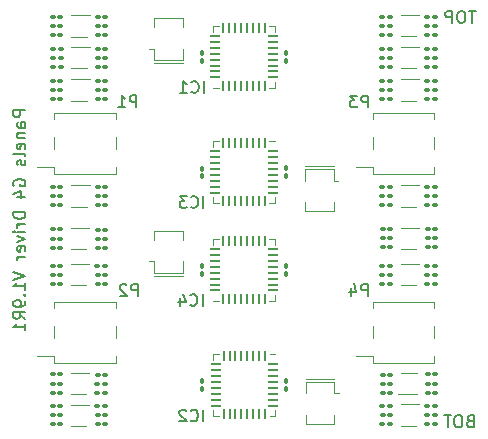
<source format=gbo>
G04 #@! TF.GenerationSoftware,KiCad,Pcbnew,7.0.2-6a45011f42~172~ubuntu22.04.1*
G04 #@! TF.CreationDate,2023-08-07T12:42:53-07:00*
G04 #@! TF.ProjectId,driver_40mm_atmega,64726976-6572-45f3-9430-6d6d5f61746d,rev?*
G04 #@! TF.SameCoordinates,Original*
G04 #@! TF.FileFunction,Legend,Bot*
G04 #@! TF.FilePolarity,Positive*
%FSLAX46Y46*%
G04 Gerber Fmt 4.6, Leading zero omitted, Abs format (unit mm)*
G04 Created by KiCad (PCBNEW 7.0.2-6a45011f42~172~ubuntu22.04.1) date 2023-08-07 12:42:53*
%MOMM*%
%LPD*%
G01*
G04 APERTURE LIST*
G04 Aperture macros list*
%AMRoundRect*
0 Rectangle with rounded corners*
0 $1 Rounding radius*
0 $2 $3 $4 $5 $6 $7 $8 $9 X,Y pos of 4 corners*
0 Add a 4 corners polygon primitive as box body*
4,1,4,$2,$3,$4,$5,$6,$7,$8,$9,$2,$3,0*
0 Add four circle primitives for the rounded corners*
1,1,$1+$1,$2,$3*
1,1,$1+$1,$4,$5*
1,1,$1+$1,$6,$7*
1,1,$1+$1,$8,$9*
0 Add four rect primitives between the rounded corners*
20,1,$1+$1,$2,$3,$4,$5,0*
20,1,$1+$1,$4,$5,$6,$7,0*
20,1,$1+$1,$6,$7,$8,$9,0*
20,1,$1+$1,$8,$9,$2,$3,0*%
G04 Aperture macros list end*
%ADD10C,0.203200*%
%ADD11C,0.150000*%
%ADD12C,0.120000*%
%ADD13R,3.680000X1.270000*%
%ADD14RoundRect,0.062500X-0.375000X-0.062500X0.375000X-0.062500X0.375000X0.062500X-0.375000X0.062500X0*%
%ADD15RoundRect,0.062500X-0.062500X-0.375000X0.062500X-0.375000X0.062500X0.375000X-0.062500X0.375000X0*%
%ADD16R,3.100000X3.100000*%
%ADD17RoundRect,0.062500X0.375000X0.062500X-0.375000X0.062500X-0.375000X-0.062500X0.375000X-0.062500X0*%
%ADD18RoundRect,0.062500X0.062500X0.375000X-0.062500X0.375000X-0.062500X-0.375000X0.062500X-0.375000X0*%
%ADD19RoundRect,0.100000X-0.021213X-0.162635X0.162635X0.021213X0.021213X0.162635X-0.162635X-0.021213X0*%
%ADD20RoundRect,0.100000X-0.130000X-0.100000X0.130000X-0.100000X0.130000X0.100000X-0.130000X0.100000X0*%
%ADD21RoundRect,0.100000X0.130000X0.100000X-0.130000X0.100000X-0.130000X-0.100000X0.130000X-0.100000X0*%
%ADD22R,0.478000X0.300000*%
%ADD23RoundRect,0.100000X0.100000X-0.130000X0.100000X0.130000X-0.100000X0.130000X-0.100000X-0.130000X0*%
%ADD24RoundRect,0.100000X0.021213X0.162635X-0.162635X-0.021213X-0.021213X-0.162635X0.162635X0.021213X0*%
%ADD25RoundRect,0.100000X-0.100000X0.130000X-0.100000X-0.130000X0.100000X-0.130000X0.100000X0.130000X0*%
%ADD26R,1.900000X0.400000*%
G04 APERTURE END LIST*
D10*
X89096666Y-87007830D02*
X88951523Y-87056211D01*
X88951523Y-87056211D02*
X88903142Y-87104592D01*
X88903142Y-87104592D02*
X88854761Y-87201354D01*
X88854761Y-87201354D02*
X88854761Y-87346497D01*
X88854761Y-87346497D02*
X88903142Y-87443259D01*
X88903142Y-87443259D02*
X88951523Y-87491640D01*
X88951523Y-87491640D02*
X89048285Y-87540020D01*
X89048285Y-87540020D02*
X89435333Y-87540020D01*
X89435333Y-87540020D02*
X89435333Y-86524020D01*
X89435333Y-86524020D02*
X89096666Y-86524020D01*
X89096666Y-86524020D02*
X88999904Y-86572401D01*
X88999904Y-86572401D02*
X88951523Y-86620782D01*
X88951523Y-86620782D02*
X88903142Y-86717544D01*
X88903142Y-86717544D02*
X88903142Y-86814306D01*
X88903142Y-86814306D02*
X88951523Y-86911068D01*
X88951523Y-86911068D02*
X88999904Y-86959449D01*
X88999904Y-86959449D02*
X89096666Y-87007830D01*
X89096666Y-87007830D02*
X89435333Y-87007830D01*
X88225809Y-86524020D02*
X88032285Y-86524020D01*
X88032285Y-86524020D02*
X87935523Y-86572401D01*
X87935523Y-86572401D02*
X87838761Y-86669163D01*
X87838761Y-86669163D02*
X87790380Y-86862687D01*
X87790380Y-86862687D02*
X87790380Y-87201354D01*
X87790380Y-87201354D02*
X87838761Y-87394878D01*
X87838761Y-87394878D02*
X87935523Y-87491640D01*
X87935523Y-87491640D02*
X88032285Y-87540020D01*
X88032285Y-87540020D02*
X88225809Y-87540020D01*
X88225809Y-87540020D02*
X88322571Y-87491640D01*
X88322571Y-87491640D02*
X88419333Y-87394878D01*
X88419333Y-87394878D02*
X88467714Y-87201354D01*
X88467714Y-87201354D02*
X88467714Y-86862687D01*
X88467714Y-86862687D02*
X88419333Y-86669163D01*
X88419333Y-86669163D02*
X88322571Y-86572401D01*
X88322571Y-86572401D02*
X88225809Y-86524020D01*
X87500095Y-86524020D02*
X86919523Y-86524020D01*
X87209809Y-87540020D02*
X87209809Y-86524020D01*
X89580476Y-52294020D02*
X88999904Y-52294020D01*
X89290190Y-53310020D02*
X89290190Y-52294020D01*
X88467714Y-52294020D02*
X88274190Y-52294020D01*
X88274190Y-52294020D02*
X88177428Y-52342401D01*
X88177428Y-52342401D02*
X88080666Y-52439163D01*
X88080666Y-52439163D02*
X88032285Y-52632687D01*
X88032285Y-52632687D02*
X88032285Y-52971354D01*
X88032285Y-52971354D02*
X88080666Y-53164878D01*
X88080666Y-53164878D02*
X88177428Y-53261640D01*
X88177428Y-53261640D02*
X88274190Y-53310020D01*
X88274190Y-53310020D02*
X88467714Y-53310020D01*
X88467714Y-53310020D02*
X88564476Y-53261640D01*
X88564476Y-53261640D02*
X88661238Y-53164878D01*
X88661238Y-53164878D02*
X88709619Y-52971354D01*
X88709619Y-52971354D02*
X88709619Y-52632687D01*
X88709619Y-52632687D02*
X88661238Y-52439163D01*
X88661238Y-52439163D02*
X88564476Y-52342401D01*
X88564476Y-52342401D02*
X88467714Y-52294020D01*
X87596857Y-53310020D02*
X87596857Y-52294020D01*
X87596857Y-52294020D02*
X87209809Y-52294020D01*
X87209809Y-52294020D02*
X87113047Y-52342401D01*
X87113047Y-52342401D02*
X87064666Y-52390782D01*
X87064666Y-52390782D02*
X87016285Y-52487544D01*
X87016285Y-52487544D02*
X87016285Y-52632687D01*
X87016285Y-52632687D02*
X87064666Y-52729449D01*
X87064666Y-52729449D02*
X87113047Y-52777830D01*
X87113047Y-52777830D02*
X87209809Y-52826211D01*
X87209809Y-52826211D02*
X87596857Y-52826211D01*
X51470020Y-60710858D02*
X50454020Y-60710858D01*
X50454020Y-60710858D02*
X50454020Y-61097906D01*
X50454020Y-61097906D02*
X50502401Y-61194668D01*
X50502401Y-61194668D02*
X50550782Y-61243049D01*
X50550782Y-61243049D02*
X50647544Y-61291430D01*
X50647544Y-61291430D02*
X50792687Y-61291430D01*
X50792687Y-61291430D02*
X50889449Y-61243049D01*
X50889449Y-61243049D02*
X50937830Y-61194668D01*
X50937830Y-61194668D02*
X50986211Y-61097906D01*
X50986211Y-61097906D02*
X50986211Y-60710858D01*
X51470020Y-62162287D02*
X50937830Y-62162287D01*
X50937830Y-62162287D02*
X50841068Y-62113906D01*
X50841068Y-62113906D02*
X50792687Y-62017144D01*
X50792687Y-62017144D02*
X50792687Y-61823620D01*
X50792687Y-61823620D02*
X50841068Y-61726858D01*
X51421640Y-62162287D02*
X51470020Y-62065525D01*
X51470020Y-62065525D02*
X51470020Y-61823620D01*
X51470020Y-61823620D02*
X51421640Y-61726858D01*
X51421640Y-61726858D02*
X51324878Y-61678477D01*
X51324878Y-61678477D02*
X51228116Y-61678477D01*
X51228116Y-61678477D02*
X51131354Y-61726858D01*
X51131354Y-61726858D02*
X51082973Y-61823620D01*
X51082973Y-61823620D02*
X51082973Y-62065525D01*
X51082973Y-62065525D02*
X51034592Y-62162287D01*
X50792687Y-62646096D02*
X51470020Y-62646096D01*
X50889449Y-62646096D02*
X50841068Y-62694477D01*
X50841068Y-62694477D02*
X50792687Y-62791239D01*
X50792687Y-62791239D02*
X50792687Y-62936382D01*
X50792687Y-62936382D02*
X50841068Y-63033144D01*
X50841068Y-63033144D02*
X50937830Y-63081525D01*
X50937830Y-63081525D02*
X51470020Y-63081525D01*
X51421640Y-63952382D02*
X51470020Y-63855620D01*
X51470020Y-63855620D02*
X51470020Y-63662096D01*
X51470020Y-63662096D02*
X51421640Y-63565334D01*
X51421640Y-63565334D02*
X51324878Y-63516953D01*
X51324878Y-63516953D02*
X50937830Y-63516953D01*
X50937830Y-63516953D02*
X50841068Y-63565334D01*
X50841068Y-63565334D02*
X50792687Y-63662096D01*
X50792687Y-63662096D02*
X50792687Y-63855620D01*
X50792687Y-63855620D02*
X50841068Y-63952382D01*
X50841068Y-63952382D02*
X50937830Y-64000763D01*
X50937830Y-64000763D02*
X51034592Y-64000763D01*
X51034592Y-64000763D02*
X51131354Y-63516953D01*
X51470020Y-64581334D02*
X51421640Y-64484572D01*
X51421640Y-64484572D02*
X51324878Y-64436191D01*
X51324878Y-64436191D02*
X50454020Y-64436191D01*
X51421640Y-64920000D02*
X51470020Y-65016762D01*
X51470020Y-65016762D02*
X51470020Y-65210286D01*
X51470020Y-65210286D02*
X51421640Y-65307048D01*
X51421640Y-65307048D02*
X51324878Y-65355429D01*
X51324878Y-65355429D02*
X51276497Y-65355429D01*
X51276497Y-65355429D02*
X51179735Y-65307048D01*
X51179735Y-65307048D02*
X51131354Y-65210286D01*
X51131354Y-65210286D02*
X51131354Y-65065143D01*
X51131354Y-65065143D02*
X51082973Y-64968381D01*
X51082973Y-64968381D02*
X50986211Y-64920000D01*
X50986211Y-64920000D02*
X50937830Y-64920000D01*
X50937830Y-64920000D02*
X50841068Y-64968381D01*
X50841068Y-64968381D02*
X50792687Y-65065143D01*
X50792687Y-65065143D02*
X50792687Y-65210286D01*
X50792687Y-65210286D02*
X50841068Y-65307048D01*
X50502401Y-67097143D02*
X50454020Y-67000381D01*
X50454020Y-67000381D02*
X50454020Y-66855238D01*
X50454020Y-66855238D02*
X50502401Y-66710095D01*
X50502401Y-66710095D02*
X50599163Y-66613333D01*
X50599163Y-66613333D02*
X50695925Y-66564952D01*
X50695925Y-66564952D02*
X50889449Y-66516571D01*
X50889449Y-66516571D02*
X51034592Y-66516571D01*
X51034592Y-66516571D02*
X51228116Y-66564952D01*
X51228116Y-66564952D02*
X51324878Y-66613333D01*
X51324878Y-66613333D02*
X51421640Y-66710095D01*
X51421640Y-66710095D02*
X51470020Y-66855238D01*
X51470020Y-66855238D02*
X51470020Y-66952000D01*
X51470020Y-66952000D02*
X51421640Y-67097143D01*
X51421640Y-67097143D02*
X51373259Y-67145524D01*
X51373259Y-67145524D02*
X51034592Y-67145524D01*
X51034592Y-67145524D02*
X51034592Y-66952000D01*
X50792687Y-68016381D02*
X51470020Y-68016381D01*
X50405640Y-67774476D02*
X51131354Y-67532571D01*
X51131354Y-67532571D02*
X51131354Y-68161524D01*
X51470020Y-69322666D02*
X50454020Y-69322666D01*
X50454020Y-69322666D02*
X50454020Y-69564571D01*
X50454020Y-69564571D02*
X50502401Y-69709714D01*
X50502401Y-69709714D02*
X50599163Y-69806476D01*
X50599163Y-69806476D02*
X50695925Y-69854857D01*
X50695925Y-69854857D02*
X50889449Y-69903238D01*
X50889449Y-69903238D02*
X51034592Y-69903238D01*
X51034592Y-69903238D02*
X51228116Y-69854857D01*
X51228116Y-69854857D02*
X51324878Y-69806476D01*
X51324878Y-69806476D02*
X51421640Y-69709714D01*
X51421640Y-69709714D02*
X51470020Y-69564571D01*
X51470020Y-69564571D02*
X51470020Y-69322666D01*
X51470020Y-70338666D02*
X50792687Y-70338666D01*
X50986211Y-70338666D02*
X50889449Y-70387047D01*
X50889449Y-70387047D02*
X50841068Y-70435428D01*
X50841068Y-70435428D02*
X50792687Y-70532190D01*
X50792687Y-70532190D02*
X50792687Y-70628952D01*
X51470020Y-70967618D02*
X50792687Y-70967618D01*
X50454020Y-70967618D02*
X50502401Y-70919237D01*
X50502401Y-70919237D02*
X50550782Y-70967618D01*
X50550782Y-70967618D02*
X50502401Y-71015999D01*
X50502401Y-71015999D02*
X50454020Y-70967618D01*
X50454020Y-70967618D02*
X50550782Y-70967618D01*
X50792687Y-71354666D02*
X51470020Y-71596571D01*
X51470020Y-71596571D02*
X50792687Y-71838476D01*
X51421640Y-72612571D02*
X51470020Y-72515809D01*
X51470020Y-72515809D02*
X51470020Y-72322285D01*
X51470020Y-72322285D02*
X51421640Y-72225523D01*
X51421640Y-72225523D02*
X51324878Y-72177142D01*
X51324878Y-72177142D02*
X50937830Y-72177142D01*
X50937830Y-72177142D02*
X50841068Y-72225523D01*
X50841068Y-72225523D02*
X50792687Y-72322285D01*
X50792687Y-72322285D02*
X50792687Y-72515809D01*
X50792687Y-72515809D02*
X50841068Y-72612571D01*
X50841068Y-72612571D02*
X50937830Y-72660952D01*
X50937830Y-72660952D02*
X51034592Y-72660952D01*
X51034592Y-72660952D02*
X51131354Y-72177142D01*
X51470020Y-73096380D02*
X50792687Y-73096380D01*
X50986211Y-73096380D02*
X50889449Y-73144761D01*
X50889449Y-73144761D02*
X50841068Y-73193142D01*
X50841068Y-73193142D02*
X50792687Y-73289904D01*
X50792687Y-73289904D02*
X50792687Y-73386666D01*
X50454020Y-74354284D02*
X51470020Y-74692951D01*
X51470020Y-74692951D02*
X50454020Y-75031618D01*
X51470020Y-75902475D02*
X51470020Y-75321903D01*
X51470020Y-75612189D02*
X50454020Y-75612189D01*
X50454020Y-75612189D02*
X50599163Y-75515427D01*
X50599163Y-75515427D02*
X50695925Y-75418665D01*
X50695925Y-75418665D02*
X50744306Y-75321903D01*
X51373259Y-76337903D02*
X51421640Y-76386284D01*
X51421640Y-76386284D02*
X51470020Y-76337903D01*
X51470020Y-76337903D02*
X51421640Y-76289522D01*
X51421640Y-76289522D02*
X51373259Y-76337903D01*
X51373259Y-76337903D02*
X51470020Y-76337903D01*
X51470020Y-76870094D02*
X51470020Y-77063618D01*
X51470020Y-77063618D02*
X51421640Y-77160380D01*
X51421640Y-77160380D02*
X51373259Y-77208761D01*
X51373259Y-77208761D02*
X51228116Y-77305523D01*
X51228116Y-77305523D02*
X51034592Y-77353904D01*
X51034592Y-77353904D02*
X50647544Y-77353904D01*
X50647544Y-77353904D02*
X50550782Y-77305523D01*
X50550782Y-77305523D02*
X50502401Y-77257142D01*
X50502401Y-77257142D02*
X50454020Y-77160380D01*
X50454020Y-77160380D02*
X50454020Y-76966856D01*
X50454020Y-76966856D02*
X50502401Y-76870094D01*
X50502401Y-76870094D02*
X50550782Y-76821713D01*
X50550782Y-76821713D02*
X50647544Y-76773332D01*
X50647544Y-76773332D02*
X50889449Y-76773332D01*
X50889449Y-76773332D02*
X50986211Y-76821713D01*
X50986211Y-76821713D02*
X51034592Y-76870094D01*
X51034592Y-76870094D02*
X51082973Y-76966856D01*
X51082973Y-76966856D02*
X51082973Y-77160380D01*
X51082973Y-77160380D02*
X51034592Y-77257142D01*
X51034592Y-77257142D02*
X50986211Y-77305523D01*
X50986211Y-77305523D02*
X50889449Y-77353904D01*
X51470020Y-78369904D02*
X50986211Y-78031237D01*
X51470020Y-77789332D02*
X50454020Y-77789332D01*
X50454020Y-77789332D02*
X50454020Y-78176380D01*
X50454020Y-78176380D02*
X50502401Y-78273142D01*
X50502401Y-78273142D02*
X50550782Y-78321523D01*
X50550782Y-78321523D02*
X50647544Y-78369904D01*
X50647544Y-78369904D02*
X50792687Y-78369904D01*
X50792687Y-78369904D02*
X50889449Y-78321523D01*
X50889449Y-78321523D02*
X50937830Y-78273142D01*
X50937830Y-78273142D02*
X50986211Y-78176380D01*
X50986211Y-78176380D02*
X50986211Y-77789332D01*
X51470020Y-79337523D02*
X51470020Y-78756951D01*
X51470020Y-79047237D02*
X50454020Y-79047237D01*
X50454020Y-79047237D02*
X50599163Y-78950475D01*
X50599163Y-78950475D02*
X50695925Y-78853713D01*
X50695925Y-78853713D02*
X50744306Y-78756951D01*
D11*
X80448094Y-76402619D02*
X80448094Y-75402619D01*
X80448094Y-75402619D02*
X80067142Y-75402619D01*
X80067142Y-75402619D02*
X79971904Y-75450238D01*
X79971904Y-75450238D02*
X79924285Y-75497857D01*
X79924285Y-75497857D02*
X79876666Y-75593095D01*
X79876666Y-75593095D02*
X79876666Y-75735952D01*
X79876666Y-75735952D02*
X79924285Y-75831190D01*
X79924285Y-75831190D02*
X79971904Y-75878809D01*
X79971904Y-75878809D02*
X80067142Y-75926428D01*
X80067142Y-75926428D02*
X80448094Y-75926428D01*
X79019523Y-75735952D02*
X79019523Y-76402619D01*
X79257618Y-75355000D02*
X79495713Y-76069285D01*
X79495713Y-76069285D02*
X78876666Y-76069285D01*
X80468094Y-60452619D02*
X80468094Y-59452619D01*
X80468094Y-59452619D02*
X80087142Y-59452619D01*
X80087142Y-59452619D02*
X79991904Y-59500238D01*
X79991904Y-59500238D02*
X79944285Y-59547857D01*
X79944285Y-59547857D02*
X79896666Y-59643095D01*
X79896666Y-59643095D02*
X79896666Y-59785952D01*
X79896666Y-59785952D02*
X79944285Y-59881190D01*
X79944285Y-59881190D02*
X79991904Y-59928809D01*
X79991904Y-59928809D02*
X80087142Y-59976428D01*
X80087142Y-59976428D02*
X80468094Y-59976428D01*
X79563332Y-59452619D02*
X78944285Y-59452619D01*
X78944285Y-59452619D02*
X79277618Y-59833571D01*
X79277618Y-59833571D02*
X79134761Y-59833571D01*
X79134761Y-59833571D02*
X79039523Y-59881190D01*
X79039523Y-59881190D02*
X78991904Y-59928809D01*
X78991904Y-59928809D02*
X78944285Y-60024047D01*
X78944285Y-60024047D02*
X78944285Y-60262142D01*
X78944285Y-60262142D02*
X78991904Y-60357380D01*
X78991904Y-60357380D02*
X79039523Y-60405000D01*
X79039523Y-60405000D02*
X79134761Y-60452619D01*
X79134761Y-60452619D02*
X79420475Y-60452619D01*
X79420475Y-60452619D02*
X79515713Y-60405000D01*
X79515713Y-60405000D02*
X79563332Y-60357380D01*
X60968094Y-76402619D02*
X60968094Y-75402619D01*
X60968094Y-75402619D02*
X60587142Y-75402619D01*
X60587142Y-75402619D02*
X60491904Y-75450238D01*
X60491904Y-75450238D02*
X60444285Y-75497857D01*
X60444285Y-75497857D02*
X60396666Y-75593095D01*
X60396666Y-75593095D02*
X60396666Y-75735952D01*
X60396666Y-75735952D02*
X60444285Y-75831190D01*
X60444285Y-75831190D02*
X60491904Y-75878809D01*
X60491904Y-75878809D02*
X60587142Y-75926428D01*
X60587142Y-75926428D02*
X60968094Y-75926428D01*
X60015713Y-75497857D02*
X59968094Y-75450238D01*
X59968094Y-75450238D02*
X59872856Y-75402619D01*
X59872856Y-75402619D02*
X59634761Y-75402619D01*
X59634761Y-75402619D02*
X59539523Y-75450238D01*
X59539523Y-75450238D02*
X59491904Y-75497857D01*
X59491904Y-75497857D02*
X59444285Y-75593095D01*
X59444285Y-75593095D02*
X59444285Y-75688333D01*
X59444285Y-75688333D02*
X59491904Y-75831190D01*
X59491904Y-75831190D02*
X60063332Y-76402619D01*
X60063332Y-76402619D02*
X59444285Y-76402619D01*
X60868094Y-60442619D02*
X60868094Y-59442619D01*
X60868094Y-59442619D02*
X60487142Y-59442619D01*
X60487142Y-59442619D02*
X60391904Y-59490238D01*
X60391904Y-59490238D02*
X60344285Y-59537857D01*
X60344285Y-59537857D02*
X60296666Y-59633095D01*
X60296666Y-59633095D02*
X60296666Y-59775952D01*
X60296666Y-59775952D02*
X60344285Y-59871190D01*
X60344285Y-59871190D02*
X60391904Y-59918809D01*
X60391904Y-59918809D02*
X60487142Y-59966428D01*
X60487142Y-59966428D02*
X60868094Y-59966428D01*
X59344285Y-60442619D02*
X59915713Y-60442619D01*
X59629999Y-60442619D02*
X59629999Y-59442619D01*
X59629999Y-59442619D02*
X59725237Y-59585476D01*
X59725237Y-59585476D02*
X59820475Y-59680714D01*
X59820475Y-59680714D02*
X59915713Y-59728333D01*
X66566189Y-59222619D02*
X66566189Y-58222619D01*
X65518571Y-59127380D02*
X65566190Y-59175000D01*
X65566190Y-59175000D02*
X65709047Y-59222619D01*
X65709047Y-59222619D02*
X65804285Y-59222619D01*
X65804285Y-59222619D02*
X65947142Y-59175000D01*
X65947142Y-59175000D02*
X66042380Y-59079761D01*
X66042380Y-59079761D02*
X66089999Y-58984523D01*
X66089999Y-58984523D02*
X66137618Y-58794047D01*
X66137618Y-58794047D02*
X66137618Y-58651190D01*
X66137618Y-58651190D02*
X66089999Y-58460714D01*
X66089999Y-58460714D02*
X66042380Y-58365476D01*
X66042380Y-58365476D02*
X65947142Y-58270238D01*
X65947142Y-58270238D02*
X65804285Y-58222619D01*
X65804285Y-58222619D02*
X65709047Y-58222619D01*
X65709047Y-58222619D02*
X65566190Y-58270238D01*
X65566190Y-58270238D02*
X65518571Y-58317857D01*
X64566190Y-59222619D02*
X65137618Y-59222619D01*
X64851904Y-59222619D02*
X64851904Y-58222619D01*
X64851904Y-58222619D02*
X64947142Y-58365476D01*
X64947142Y-58365476D02*
X65042380Y-58460714D01*
X65042380Y-58460714D02*
X65137618Y-58508333D01*
X66506189Y-87032619D02*
X66506189Y-86032619D01*
X65458571Y-86937380D02*
X65506190Y-86985000D01*
X65506190Y-86985000D02*
X65649047Y-87032619D01*
X65649047Y-87032619D02*
X65744285Y-87032619D01*
X65744285Y-87032619D02*
X65887142Y-86985000D01*
X65887142Y-86985000D02*
X65982380Y-86889761D01*
X65982380Y-86889761D02*
X66029999Y-86794523D01*
X66029999Y-86794523D02*
X66077618Y-86604047D01*
X66077618Y-86604047D02*
X66077618Y-86461190D01*
X66077618Y-86461190D02*
X66029999Y-86270714D01*
X66029999Y-86270714D02*
X65982380Y-86175476D01*
X65982380Y-86175476D02*
X65887142Y-86080238D01*
X65887142Y-86080238D02*
X65744285Y-86032619D01*
X65744285Y-86032619D02*
X65649047Y-86032619D01*
X65649047Y-86032619D02*
X65506190Y-86080238D01*
X65506190Y-86080238D02*
X65458571Y-86127857D01*
X65077618Y-86127857D02*
X65029999Y-86080238D01*
X65029999Y-86080238D02*
X64934761Y-86032619D01*
X64934761Y-86032619D02*
X64696666Y-86032619D01*
X64696666Y-86032619D02*
X64601428Y-86080238D01*
X64601428Y-86080238D02*
X64553809Y-86127857D01*
X64553809Y-86127857D02*
X64506190Y-86223095D01*
X64506190Y-86223095D02*
X64506190Y-86318333D01*
X64506190Y-86318333D02*
X64553809Y-86461190D01*
X64553809Y-86461190D02*
X65125237Y-87032619D01*
X65125237Y-87032619D02*
X64506190Y-87032619D01*
X66526189Y-68972619D02*
X66526189Y-67972619D01*
X65478571Y-68877380D02*
X65526190Y-68925000D01*
X65526190Y-68925000D02*
X65669047Y-68972619D01*
X65669047Y-68972619D02*
X65764285Y-68972619D01*
X65764285Y-68972619D02*
X65907142Y-68925000D01*
X65907142Y-68925000D02*
X66002380Y-68829761D01*
X66002380Y-68829761D02*
X66049999Y-68734523D01*
X66049999Y-68734523D02*
X66097618Y-68544047D01*
X66097618Y-68544047D02*
X66097618Y-68401190D01*
X66097618Y-68401190D02*
X66049999Y-68210714D01*
X66049999Y-68210714D02*
X66002380Y-68115476D01*
X66002380Y-68115476D02*
X65907142Y-68020238D01*
X65907142Y-68020238D02*
X65764285Y-67972619D01*
X65764285Y-67972619D02*
X65669047Y-67972619D01*
X65669047Y-67972619D02*
X65526190Y-68020238D01*
X65526190Y-68020238D02*
X65478571Y-68067857D01*
X65145237Y-67972619D02*
X64526190Y-67972619D01*
X64526190Y-67972619D02*
X64859523Y-68353571D01*
X64859523Y-68353571D02*
X64716666Y-68353571D01*
X64716666Y-68353571D02*
X64621428Y-68401190D01*
X64621428Y-68401190D02*
X64573809Y-68448809D01*
X64573809Y-68448809D02*
X64526190Y-68544047D01*
X64526190Y-68544047D02*
X64526190Y-68782142D01*
X64526190Y-68782142D02*
X64573809Y-68877380D01*
X64573809Y-68877380D02*
X64621428Y-68925000D01*
X64621428Y-68925000D02*
X64716666Y-68972619D01*
X64716666Y-68972619D02*
X65002380Y-68972619D01*
X65002380Y-68972619D02*
X65097618Y-68925000D01*
X65097618Y-68925000D02*
X65145237Y-68877380D01*
X66466189Y-77272619D02*
X66466189Y-76272619D01*
X65418571Y-77177380D02*
X65466190Y-77225000D01*
X65466190Y-77225000D02*
X65609047Y-77272619D01*
X65609047Y-77272619D02*
X65704285Y-77272619D01*
X65704285Y-77272619D02*
X65847142Y-77225000D01*
X65847142Y-77225000D02*
X65942380Y-77129761D01*
X65942380Y-77129761D02*
X65989999Y-77034523D01*
X65989999Y-77034523D02*
X66037618Y-76844047D01*
X66037618Y-76844047D02*
X66037618Y-76701190D01*
X66037618Y-76701190D02*
X65989999Y-76510714D01*
X65989999Y-76510714D02*
X65942380Y-76415476D01*
X65942380Y-76415476D02*
X65847142Y-76320238D01*
X65847142Y-76320238D02*
X65704285Y-76272619D01*
X65704285Y-76272619D02*
X65609047Y-76272619D01*
X65609047Y-76272619D02*
X65466190Y-76320238D01*
X65466190Y-76320238D02*
X65418571Y-76367857D01*
X64561428Y-76605952D02*
X64561428Y-77272619D01*
X64799523Y-76225000D02*
X65037618Y-76939285D01*
X65037618Y-76939285D02*
X64418571Y-76939285D01*
D12*
X79460000Y-81530000D02*
X80900000Y-81530000D01*
X80900000Y-76900000D02*
X86100000Y-76900000D01*
X80900000Y-77470000D02*
X80900000Y-76900000D01*
X80900000Y-80010000D02*
X80900000Y-78990000D01*
X80900000Y-82100000D02*
X80900000Y-81530000D01*
X80900000Y-82100000D02*
X86100000Y-82100000D01*
X86100000Y-77470000D02*
X86100000Y-76900000D01*
X86100000Y-80010000D02*
X86100000Y-78990000D01*
X86100000Y-82100000D02*
X86100000Y-81530000D01*
X79460000Y-65530000D02*
X80900000Y-65530000D01*
X80900000Y-60900000D02*
X86100000Y-60900000D01*
X80900000Y-61470000D02*
X80900000Y-60900000D01*
X80900000Y-64010000D02*
X80900000Y-62990000D01*
X80900000Y-66100000D02*
X80900000Y-65530000D01*
X80900000Y-66100000D02*
X86100000Y-66100000D01*
X86100000Y-61470000D02*
X86100000Y-60900000D01*
X86100000Y-64010000D02*
X86100000Y-62990000D01*
X86100000Y-66100000D02*
X86100000Y-65530000D01*
X52460000Y-81530000D02*
X53900000Y-81530000D01*
X53900000Y-76900000D02*
X59100000Y-76900000D01*
X53900000Y-77470000D02*
X53900000Y-76900000D01*
X53900000Y-80010000D02*
X53900000Y-78990000D01*
X53900000Y-82100000D02*
X53900000Y-81530000D01*
X53900000Y-82100000D02*
X59100000Y-82100000D01*
X59100000Y-77470000D02*
X59100000Y-76900000D01*
X59100000Y-80010000D02*
X59100000Y-78990000D01*
X59100000Y-82100000D02*
X59100000Y-81530000D01*
X52460000Y-65530000D02*
X53900000Y-65530000D01*
X53900000Y-60900000D02*
X59100000Y-60900000D01*
X53900000Y-61470000D02*
X53900000Y-60900000D01*
X53900000Y-64010000D02*
X53900000Y-62990000D01*
X53900000Y-66100000D02*
X53900000Y-65530000D01*
X53900000Y-66100000D02*
X59100000Y-66100000D01*
X59100000Y-61470000D02*
X59100000Y-60900000D01*
X59100000Y-64010000D02*
X59100000Y-62990000D01*
X59100000Y-66100000D02*
X59100000Y-65530000D01*
X67380000Y-53552500D02*
X67380000Y-54027500D01*
X67855000Y-53552500D02*
X67380000Y-53552500D01*
X67855000Y-58772500D02*
X67380000Y-58772500D01*
X72125000Y-53552500D02*
X72600000Y-53552500D01*
X72125000Y-58772500D02*
X72600000Y-58772500D01*
X72600000Y-53552500D02*
X72600000Y-54027500D01*
X72600000Y-58772500D02*
X72600000Y-58297500D01*
X72612500Y-86560000D02*
X72612500Y-86085000D01*
X72137500Y-86560000D02*
X72612500Y-86560000D01*
X72137500Y-81340000D02*
X72612500Y-81340000D01*
X67867500Y-86560000D02*
X67392500Y-86560000D01*
X67867500Y-81340000D02*
X67392500Y-81340000D01*
X67392500Y-86560000D02*
X67392500Y-86085000D01*
X67392500Y-81340000D02*
X67392500Y-81815000D01*
X72600000Y-68537500D02*
X72600000Y-68062500D01*
X72125000Y-68537500D02*
X72600000Y-68537500D01*
X72125000Y-63317500D02*
X72600000Y-63317500D01*
X67855000Y-68537500D02*
X67380000Y-68537500D01*
X67855000Y-63317500D02*
X67380000Y-63317500D01*
X67380000Y-68537500D02*
X67380000Y-68062500D01*
X67380000Y-63317500D02*
X67380000Y-63792500D01*
X67370000Y-71590000D02*
X67370000Y-72065000D01*
X67845000Y-71590000D02*
X67370000Y-71590000D01*
X67845000Y-76810000D02*
X67370000Y-76810000D01*
X72115000Y-71590000D02*
X72590000Y-71590000D01*
X72115000Y-76810000D02*
X72590000Y-76810000D01*
X72590000Y-71590000D02*
X72590000Y-72065000D01*
X72590000Y-76810000D02*
X72590000Y-76335000D01*
X56920000Y-55340000D02*
X55370000Y-55340000D01*
X55370000Y-57140000D02*
X56670000Y-57140000D01*
X84820000Y-67050000D02*
X83270000Y-67050000D01*
X83270000Y-68850000D02*
X84570000Y-68850000D01*
X56890000Y-73720000D02*
X55340000Y-73720000D01*
X55340000Y-75520000D02*
X56640000Y-75520000D01*
X84822000Y-73720000D02*
X83272000Y-73720000D01*
X83272000Y-75520000D02*
X84572000Y-75520000D01*
X77200000Y-83475000D02*
X77600000Y-83475000D01*
X75200000Y-83475000D02*
X77200000Y-83475000D01*
X77200000Y-83675000D02*
X77600000Y-83675000D01*
X77200000Y-83675000D02*
X75200000Y-83675000D01*
X75200000Y-83675000D02*
X75200000Y-84675000D01*
X77600000Y-84675000D02*
X77600000Y-83675000D01*
X77600000Y-84675000D02*
X78000000Y-84675000D01*
X75200000Y-86475000D02*
X75200000Y-87275000D01*
X77600000Y-87275000D02*
X77600000Y-86475000D01*
X77200000Y-87275000D02*
X77600000Y-87275000D01*
X75200000Y-87275000D02*
X77200000Y-87275000D01*
X56892000Y-70670000D02*
X55342000Y-70670000D01*
X55342000Y-72470000D02*
X56642000Y-72470000D01*
X77175000Y-65450000D02*
X77575000Y-65450000D01*
X75175000Y-65450000D02*
X77175000Y-65450000D01*
X77175000Y-65650000D02*
X77575000Y-65650000D01*
X77175000Y-65650000D02*
X75175000Y-65650000D01*
X75175000Y-65650000D02*
X75175000Y-66650000D01*
X77575000Y-66650000D02*
X77575000Y-65650000D01*
X77575000Y-66650000D02*
X77975000Y-66650000D01*
X75175000Y-68450000D02*
X75175000Y-69250000D01*
X77575000Y-69250000D02*
X77575000Y-68450000D01*
X77175000Y-69250000D02*
X77575000Y-69250000D01*
X75175000Y-69250000D02*
X77175000Y-69250000D01*
X56908000Y-58070000D02*
X55358000Y-58070000D01*
X55358000Y-59870000D02*
X56658000Y-59870000D01*
X56897000Y-67050000D02*
X55347000Y-67050000D01*
X55347000Y-68850000D02*
X56647000Y-68850000D01*
X84818000Y-52650000D02*
X83268000Y-52650000D01*
X83268000Y-54450000D02*
X84568000Y-54450000D01*
X83038000Y-84740000D02*
X84588000Y-84740000D01*
X84588000Y-82940000D02*
X83288000Y-82940000D01*
X84802000Y-58080000D02*
X83252000Y-58080000D01*
X83252000Y-59880000D02*
X84552000Y-59880000D01*
X56907000Y-52670000D02*
X55357000Y-52670000D01*
X55357000Y-54470000D02*
X56657000Y-54470000D01*
X62775000Y-74700000D02*
X62375000Y-74700000D01*
X64775000Y-74700000D02*
X62775000Y-74700000D01*
X62775000Y-74500000D02*
X62375000Y-74500000D01*
X62775000Y-74500000D02*
X64775000Y-74500000D01*
X64775000Y-74500000D02*
X64775000Y-73500000D01*
X62375000Y-73500000D02*
X62375000Y-74500000D01*
X62375000Y-73500000D02*
X61975000Y-73500000D01*
X64775000Y-71700000D02*
X64775000Y-70900000D01*
X62375000Y-70900000D02*
X62375000Y-71700000D01*
X62775000Y-70900000D02*
X62375000Y-70900000D01*
X64775000Y-70900000D02*
X62775000Y-70900000D01*
X84820000Y-55350000D02*
X83270000Y-55350000D01*
X83270000Y-57150000D02*
X84570000Y-57150000D01*
X56888000Y-85620000D02*
X55338000Y-85620000D01*
X55338000Y-87420000D02*
X56638000Y-87420000D01*
X84830000Y-85590000D02*
X83280000Y-85590000D01*
X83280000Y-87390000D02*
X84580000Y-87390000D01*
X84832000Y-70640000D02*
X83282000Y-70640000D01*
X83282000Y-72440000D02*
X84582000Y-72440000D01*
X62775000Y-56675000D02*
X62375000Y-56675000D01*
X64775000Y-56675000D02*
X62775000Y-56675000D01*
X62775000Y-56475000D02*
X62375000Y-56475000D01*
X62775000Y-56475000D02*
X64775000Y-56475000D01*
X64775000Y-56475000D02*
X64775000Y-55475000D01*
X62375000Y-55475000D02*
X62375000Y-56475000D01*
X62375000Y-55475000D02*
X61975000Y-55475000D01*
X64775000Y-53675000D02*
X64775000Y-52875000D01*
X62375000Y-52875000D02*
X62375000Y-53675000D01*
X62775000Y-52875000D02*
X62375000Y-52875000D01*
X64775000Y-52875000D02*
X62775000Y-52875000D01*
X56890000Y-82940000D02*
X55340000Y-82940000D01*
X55340000Y-84740000D02*
X56640000Y-84740000D01*
%LPC*%
D13*
X81025000Y-80770000D03*
X85975000Y-80770000D03*
X81025000Y-78230000D03*
X85975000Y-78230000D03*
X81025000Y-64770000D03*
X85975000Y-64770000D03*
X81025000Y-62230000D03*
X85975000Y-62230000D03*
X54025000Y-80770000D03*
X58975000Y-80770000D03*
X54025000Y-78230000D03*
X58975000Y-78230000D03*
X54025000Y-64770000D03*
X58975000Y-64770000D03*
X54025000Y-62230000D03*
X58975000Y-62230000D03*
D14*
X67552500Y-57912500D03*
X67552500Y-57412500D03*
X67552500Y-56912500D03*
X67552500Y-56412500D03*
X67552500Y-55912500D03*
X67552500Y-55412500D03*
X67552500Y-54912500D03*
X67552500Y-54412500D03*
D15*
X68240000Y-53725000D03*
X68740000Y-53725000D03*
X69240000Y-53725000D03*
X69740000Y-53725000D03*
X70240000Y-53725000D03*
X70740000Y-53725000D03*
X71240000Y-53725000D03*
X71740000Y-53725000D03*
D14*
X72427500Y-54412500D03*
X72427500Y-54912500D03*
X72427500Y-55412500D03*
X72427500Y-55912500D03*
X72427500Y-56412500D03*
X72427500Y-56912500D03*
X72427500Y-57412500D03*
X72427500Y-57912500D03*
D15*
X71740000Y-58600000D03*
X71240000Y-58600000D03*
X70740000Y-58600000D03*
X70240000Y-58600000D03*
X69740000Y-58600000D03*
X69240000Y-58600000D03*
X68740000Y-58600000D03*
X68240000Y-58600000D03*
D16*
X69990000Y-56162500D03*
D17*
X72440000Y-82200000D03*
X72440000Y-82700000D03*
X72440000Y-83200000D03*
X72440000Y-83700000D03*
X72440000Y-84200000D03*
X72440000Y-84700000D03*
X72440000Y-85200000D03*
X72440000Y-85700000D03*
D18*
X71752500Y-86387500D03*
X71252500Y-86387500D03*
X70752500Y-86387500D03*
X70252500Y-86387500D03*
X69752500Y-86387500D03*
X69252500Y-86387500D03*
X68752500Y-86387500D03*
X68252500Y-86387500D03*
D17*
X67565000Y-85700000D03*
X67565000Y-85200000D03*
X67565000Y-84700000D03*
X67565000Y-84200000D03*
X67565000Y-83700000D03*
X67565000Y-83200000D03*
X67565000Y-82700000D03*
X67565000Y-82200000D03*
D18*
X68252500Y-81512500D03*
X68752500Y-81512500D03*
X69252500Y-81512500D03*
X69752500Y-81512500D03*
X70252500Y-81512500D03*
X70752500Y-81512500D03*
X71252500Y-81512500D03*
X71752500Y-81512500D03*
D16*
X70002500Y-83950000D03*
D17*
X72427500Y-64177500D03*
X72427500Y-64677500D03*
X72427500Y-65177500D03*
X72427500Y-65677500D03*
X72427500Y-66177500D03*
X72427500Y-66677500D03*
X72427500Y-67177500D03*
X72427500Y-67677500D03*
D18*
X71740000Y-68365000D03*
X71240000Y-68365000D03*
X70740000Y-68365000D03*
X70240000Y-68365000D03*
X69740000Y-68365000D03*
X69240000Y-68365000D03*
X68740000Y-68365000D03*
X68240000Y-68365000D03*
D17*
X67552500Y-67677500D03*
X67552500Y-67177500D03*
X67552500Y-66677500D03*
X67552500Y-66177500D03*
X67552500Y-65677500D03*
X67552500Y-65177500D03*
X67552500Y-64677500D03*
X67552500Y-64177500D03*
D18*
X68240000Y-63490000D03*
X68740000Y-63490000D03*
X69240000Y-63490000D03*
X69740000Y-63490000D03*
X70240000Y-63490000D03*
X70740000Y-63490000D03*
X71240000Y-63490000D03*
X71740000Y-63490000D03*
D16*
X69990000Y-65927500D03*
D14*
X67542500Y-75950000D03*
X67542500Y-75450000D03*
X67542500Y-74950000D03*
X67542500Y-74450000D03*
X67542500Y-73950000D03*
X67542500Y-73450000D03*
X67542500Y-72950000D03*
X67542500Y-72450000D03*
D15*
X68230000Y-71762500D03*
X68730000Y-71762500D03*
X69230000Y-71762500D03*
X69730000Y-71762500D03*
X70230000Y-71762500D03*
X70730000Y-71762500D03*
X71230000Y-71762500D03*
X71730000Y-71762500D03*
D14*
X72417500Y-72450000D03*
X72417500Y-72950000D03*
X72417500Y-73450000D03*
X72417500Y-73950000D03*
X72417500Y-74450000D03*
X72417500Y-74950000D03*
X72417500Y-75450000D03*
X72417500Y-75950000D03*
D15*
X71730000Y-76637500D03*
X71230000Y-76637500D03*
X70730000Y-76637500D03*
X70230000Y-76637500D03*
X69730000Y-76637500D03*
X69230000Y-76637500D03*
X68730000Y-76637500D03*
X68230000Y-76637500D03*
D16*
X69980000Y-74200000D03*
D19*
X71027726Y-51472274D03*
X71480274Y-51019726D03*
D20*
X53770000Y-86520000D03*
X54410000Y-86520000D03*
X81713000Y-83080000D03*
X82353000Y-83080000D03*
D21*
X58235000Y-58970000D03*
X57595000Y-58970000D03*
D22*
X56658000Y-55740000D03*
X56658000Y-56240000D03*
X56658000Y-56740000D03*
X55382000Y-56740000D03*
X55382000Y-56240000D03*
X55382000Y-55740000D03*
D20*
X53790000Y-54350000D03*
X54430000Y-54350000D03*
X81708000Y-84610000D03*
X82348000Y-84610000D03*
D19*
X56027726Y-88972274D03*
X56480274Y-88519726D03*
D21*
X86163000Y-84600000D03*
X85523000Y-84600000D03*
D19*
X51023726Y-88976274D03*
X51476274Y-88523726D03*
D20*
X81695000Y-68720000D03*
X82335000Y-68720000D03*
X81715000Y-70770000D03*
X82355000Y-70770000D03*
X53765000Y-73850000D03*
X54405000Y-73850000D03*
D21*
X58208000Y-84610000D03*
X57568000Y-84610000D03*
D19*
X66027726Y-51472274D03*
X66480274Y-51019726D03*
X71037726Y-88962274D03*
X71490274Y-88509726D03*
D21*
X58225000Y-54350000D03*
X57585000Y-54350000D03*
X58240000Y-52790000D03*
X57600000Y-52790000D03*
X58215000Y-67180000D03*
X57575000Y-67180000D03*
X58235000Y-59740000D03*
X57595000Y-59740000D03*
D19*
X86037726Y-88962274D03*
X86490274Y-88509726D03*
X88527726Y-51482274D03*
X88980274Y-51029726D03*
D20*
X81675000Y-58980000D03*
X82315000Y-58980000D03*
D19*
X63517726Y-51482274D03*
X63970274Y-51029726D03*
D21*
X58215000Y-86510000D03*
X57575000Y-86510000D03*
D19*
X66027726Y-88972274D03*
X66480274Y-88519726D03*
D22*
X84558000Y-67450000D03*
X84558000Y-67950000D03*
X84558000Y-68450000D03*
X83282000Y-68450000D03*
X83282000Y-67950000D03*
X83282000Y-67450000D03*
D20*
X53770000Y-68730000D03*
X54410000Y-68730000D03*
D21*
X86145000Y-75410000D03*
X85505000Y-75410000D03*
D19*
X73537726Y-88962274D03*
X73990274Y-88509726D03*
D21*
X58215000Y-70800000D03*
X57575000Y-70800000D03*
D23*
X66430000Y-74535000D03*
X66430000Y-73895000D03*
D19*
X78530026Y-88969974D03*
X78982574Y-88517426D03*
D24*
X68999974Y-61040026D03*
X68547426Y-61492574D03*
D19*
X81017726Y-88982274D03*
X81470274Y-88529726D03*
D20*
X53790000Y-52800000D03*
X54430000Y-52800000D03*
D25*
X73552500Y-83631000D03*
X73552500Y-84271000D03*
D21*
X58215000Y-74620000D03*
X57575000Y-74620000D03*
X86145000Y-55480000D03*
X85505000Y-55480000D03*
D20*
X53768000Y-83060000D03*
X54408000Y-83060000D03*
D23*
X66450000Y-56485000D03*
X66450000Y-55845000D03*
D22*
X56628000Y-74120000D03*
X56628000Y-74620000D03*
X56628000Y-75120000D03*
X55352000Y-75120000D03*
X55352000Y-74620000D03*
X55352000Y-74120000D03*
D20*
X81703000Y-85720000D03*
X82343000Y-85720000D03*
D21*
X86163000Y-83830000D03*
X85523000Y-83830000D03*
D20*
X53768000Y-84610000D03*
X54408000Y-84610000D03*
D21*
X58218000Y-83070000D03*
X57578000Y-83070000D03*
D19*
X53527726Y-51482274D03*
X53980274Y-51029726D03*
D22*
X84560000Y-74120000D03*
X84560000Y-74620000D03*
X84560000Y-75120000D03*
X83284000Y-75120000D03*
X83284000Y-74620000D03*
X83284000Y-74120000D03*
D20*
X53790000Y-59750000D03*
X54430000Y-59750000D03*
D19*
X68520026Y-88979974D03*
X68972574Y-88527426D03*
D20*
X53775000Y-72340000D03*
X54415000Y-72340000D03*
X53803000Y-57020000D03*
X54443000Y-57020000D03*
D21*
X86153000Y-87260000D03*
X85513000Y-87260000D03*
X86145000Y-56250000D03*
X85505000Y-56250000D03*
D19*
X68527726Y-51482274D03*
X68980274Y-51029726D03*
D25*
X73540000Y-65596500D03*
X73540000Y-66236500D03*
D20*
X53765000Y-85750000D03*
X54405000Y-85750000D03*
D21*
X86143000Y-54330000D03*
X85503000Y-54330000D03*
D19*
X76027726Y-51482274D03*
X76480274Y-51029726D03*
D26*
X76400000Y-84275000D03*
X76400000Y-85475000D03*
X76400000Y-86675000D03*
D21*
X58243000Y-56250000D03*
X57603000Y-56250000D03*
X58235000Y-58200000D03*
X57595000Y-58200000D03*
D19*
X83533726Y-88966274D03*
X83986274Y-88513726D03*
D22*
X56630000Y-71070000D03*
X56630000Y-71570000D03*
X56630000Y-72070000D03*
X55354000Y-72070000D03*
X55354000Y-71570000D03*
X55354000Y-71070000D03*
D25*
X73530000Y-55855000D03*
X73530000Y-56495000D03*
D21*
X86143000Y-53560000D03*
X85503000Y-53560000D03*
D25*
X73520000Y-73895000D03*
X73520000Y-74535000D03*
D21*
X58215000Y-71570000D03*
X57575000Y-71570000D03*
X58210000Y-85740000D03*
X57570000Y-85740000D03*
D19*
X86027726Y-51472274D03*
X86480274Y-51019726D03*
D21*
X58220000Y-53580000D03*
X57580000Y-53580000D03*
D20*
X53765000Y-74620000D03*
X54405000Y-74620000D03*
D21*
X86155000Y-71540000D03*
X85515000Y-71540000D03*
D26*
X76375000Y-66250000D03*
X76375000Y-67450000D03*
X76375000Y-68650000D03*
D20*
X81695000Y-74620000D03*
X82335000Y-74620000D03*
D19*
X88527726Y-88972274D03*
X88980274Y-88519726D03*
D20*
X81685000Y-59750000D03*
X82325000Y-59750000D03*
D19*
X58527726Y-88972274D03*
X58980274Y-88519726D03*
D20*
X81703000Y-87270000D03*
X82343000Y-87270000D03*
X53803000Y-56230000D03*
X54443000Y-56230000D03*
X81713000Y-86490000D03*
X82353000Y-86490000D03*
D19*
X53527726Y-88972274D03*
X53980274Y-88519726D03*
X61037726Y-88962274D03*
X61490274Y-88509726D03*
X78527726Y-51482274D03*
X78980274Y-51029726D03*
D21*
X86158000Y-83060000D03*
X85518000Y-83060000D03*
D20*
X81695000Y-57010000D03*
X82335000Y-57010000D03*
D21*
X86153000Y-86490000D03*
X85513000Y-86490000D03*
D20*
X81703000Y-53550000D03*
X82343000Y-53550000D03*
D19*
X81017726Y-51472274D03*
X81470274Y-51019726D03*
D20*
X53765000Y-87290000D03*
X54405000Y-87290000D03*
X53790000Y-53570000D03*
X54430000Y-53570000D03*
D22*
X56646000Y-58470000D03*
X56646000Y-58970000D03*
X56646000Y-59470000D03*
X55370000Y-59470000D03*
X55370000Y-58970000D03*
X55370000Y-58470000D03*
D20*
X81713000Y-83840000D03*
X82353000Y-83840000D03*
X53780000Y-67180000D03*
X54420000Y-67180000D03*
X53803000Y-55470000D03*
X54443000Y-55470000D03*
D21*
X86145000Y-73870000D03*
X85505000Y-73870000D03*
D20*
X81695000Y-73860000D03*
X82335000Y-73860000D03*
D19*
X83523726Y-51476274D03*
X83976274Y-51023726D03*
D22*
X56635000Y-67450000D03*
X56635000Y-67950000D03*
X56635000Y-68450000D03*
X55359000Y-68450000D03*
X55359000Y-67950000D03*
X55359000Y-67450000D03*
D21*
X86145000Y-67180000D03*
X85505000Y-67180000D03*
X58210000Y-73860000D03*
X57570000Y-73860000D03*
D19*
X73527726Y-51472274D03*
X73980274Y-51019726D03*
D22*
X84556000Y-53050000D03*
X84556000Y-53550000D03*
X84556000Y-54050000D03*
X83280000Y-54050000D03*
X83280000Y-53550000D03*
X83280000Y-53050000D03*
D20*
X53775000Y-71570000D03*
X54415000Y-71570000D03*
X53773000Y-83830000D03*
X54413000Y-83830000D03*
D22*
X83300000Y-84340000D03*
X83300000Y-83840000D03*
X83300000Y-83340000D03*
X84576000Y-83340000D03*
X84576000Y-83840000D03*
X84576000Y-84340000D03*
D19*
X63527726Y-88972274D03*
X63980274Y-88519726D03*
X71009726Y-61480274D03*
X71462274Y-61027726D03*
D20*
X81695000Y-56240000D03*
X82335000Y-56240000D03*
D24*
X68980274Y-78539726D03*
X68527726Y-78992274D03*
D22*
X84540000Y-58480000D03*
X84540000Y-58980000D03*
X84540000Y-59480000D03*
X83264000Y-59480000D03*
X83264000Y-58980000D03*
X83264000Y-58480000D03*
D21*
X86145000Y-57020000D03*
X85505000Y-57020000D03*
X58215000Y-87280000D03*
X57575000Y-87280000D03*
X86125000Y-59760000D03*
X85485000Y-59760000D03*
D19*
X51037726Y-51502274D03*
X51490274Y-51049726D03*
D20*
X53775000Y-58220000D03*
X54415000Y-58220000D03*
D19*
X61017726Y-51482274D03*
X61470274Y-51029726D03*
D21*
X58243000Y-57030000D03*
X57603000Y-57030000D03*
D22*
X56645000Y-53070000D03*
X56645000Y-53570000D03*
X56645000Y-54070000D03*
X55369000Y-54070000D03*
X55369000Y-53570000D03*
X55369000Y-53070000D03*
D19*
X71027726Y-78962274D03*
X71480274Y-78509726D03*
D21*
X86125000Y-58210000D03*
X85485000Y-58210000D03*
D20*
X53780000Y-58980000D03*
X54420000Y-58980000D03*
D26*
X63575000Y-73900000D03*
X63575000Y-72700000D03*
X63575000Y-71500000D03*
D20*
X81675000Y-58210000D03*
X82315000Y-58210000D03*
D22*
X84558000Y-55750000D03*
X84558000Y-56250000D03*
X84558000Y-56750000D03*
X83282000Y-56750000D03*
X83282000Y-56250000D03*
X83282000Y-55750000D03*
X56626000Y-86020000D03*
X56626000Y-86520000D03*
X56626000Y-87020000D03*
X55350000Y-87020000D03*
X55350000Y-86520000D03*
X55350000Y-86020000D03*
X84568000Y-85990000D03*
X84568000Y-86490000D03*
X84568000Y-86990000D03*
X83292000Y-86990000D03*
X83292000Y-86490000D03*
X83292000Y-85990000D03*
D21*
X58243000Y-55480000D03*
X57603000Y-55480000D03*
X86143000Y-52790000D03*
X85503000Y-52790000D03*
D20*
X81695000Y-55480000D03*
X82335000Y-55480000D03*
D23*
X66460000Y-84270000D03*
X66460000Y-83630000D03*
D21*
X58220000Y-68720000D03*
X57580000Y-68720000D03*
D20*
X81685000Y-67180000D03*
X82325000Y-67180000D03*
D22*
X84570000Y-71040000D03*
X84570000Y-71540000D03*
X84570000Y-72040000D03*
X83294000Y-72040000D03*
X83294000Y-71540000D03*
X83294000Y-71040000D03*
D21*
X86145000Y-68730000D03*
X85505000Y-68730000D03*
D20*
X81703000Y-54320000D03*
X82343000Y-54320000D03*
D21*
X86155000Y-70770000D03*
X85515000Y-70770000D03*
D26*
X63575000Y-55875000D03*
X63575000Y-54675000D03*
X63575000Y-53475000D03*
D21*
X86155000Y-72310000D03*
X85515000Y-72310000D03*
X58220000Y-67950000D03*
X57580000Y-67950000D03*
D19*
X76027726Y-88982274D03*
X76480274Y-88529726D03*
D21*
X58215000Y-72340000D03*
X57575000Y-72340000D03*
X58215000Y-75390000D03*
X57575000Y-75390000D03*
D20*
X81695000Y-67950000D03*
X82335000Y-67950000D03*
X53765000Y-75390000D03*
X54405000Y-75390000D03*
D21*
X86153000Y-85720000D03*
X85513000Y-85720000D03*
D20*
X53780000Y-67940000D03*
X54420000Y-67940000D03*
D21*
X58213000Y-83840000D03*
X57573000Y-83840000D03*
D20*
X81715000Y-71540000D03*
X82355000Y-71540000D03*
X81700000Y-75390000D03*
X82340000Y-75390000D03*
X53770000Y-70790000D03*
X54410000Y-70790000D03*
D22*
X56628000Y-83340000D03*
X56628000Y-83840000D03*
X56628000Y-84340000D03*
X55352000Y-84340000D03*
X55352000Y-83840000D03*
X55352000Y-83340000D03*
D21*
X86125000Y-58980000D03*
X85485000Y-58980000D03*
X86145000Y-74640000D03*
X85505000Y-74640000D03*
X86145000Y-67950000D03*
X85505000Y-67950000D03*
D19*
X58517726Y-51482274D03*
X58970274Y-51029726D03*
X56013726Y-51476274D03*
X56466274Y-51023726D03*
D23*
X66450000Y-66275000D03*
X66450000Y-65635000D03*
D20*
X81703000Y-52780000D03*
X82343000Y-52780000D03*
X81705000Y-72310000D03*
X82345000Y-72310000D03*
%LPD*%
M02*

</source>
